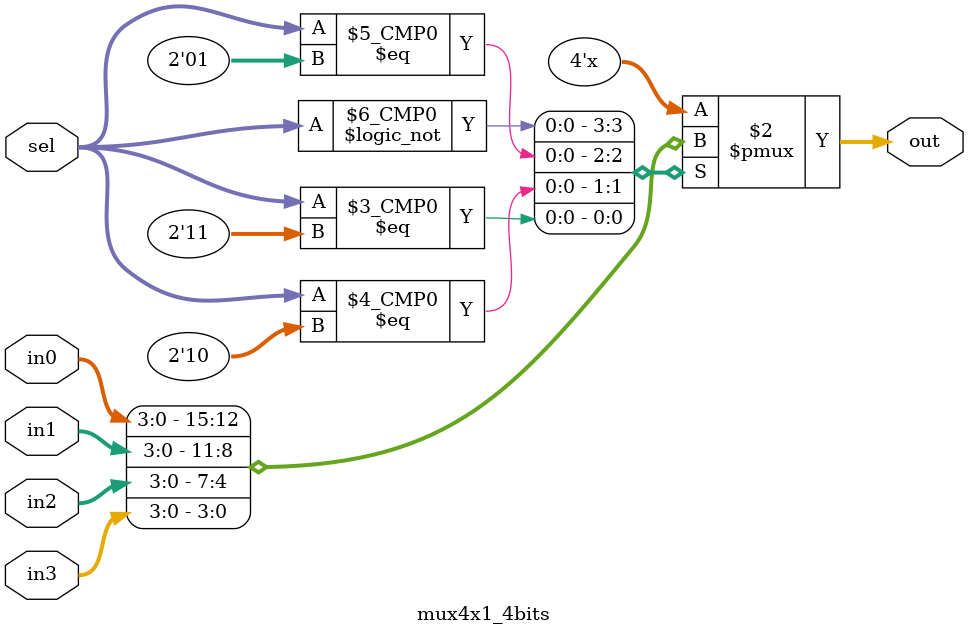
<source format=v>
module mux4x1_4bits (
    input  [3:0] in0,    // Entrada 0 (4 bits)
    input  [3:0] in1,    // Entrada 1 (4 bits)
    input  [3:0] in2,    // Entrada 2 (4 bits)
    input  [3:0] in3,    // Entrada 3 (4 bits)
    input  [1:0] sel,    // Sinal de seleção (2 bits)
    output reg [3:0] out // Saída do multiplexador (4 bits)
);
    always @(*) begin
        case (sel)
            2'b00: out = in0; // Seleciona entrada 0
            2'b01: out = in1; // Seleciona entrada 1
            2'b10: out = in2; // Seleciona entrada 2
            2'b11: out = in3; // Seleciona entrada 3
            default: out = 4'b0000; // Valor padrão
        endcase
    end
endmodule

</source>
